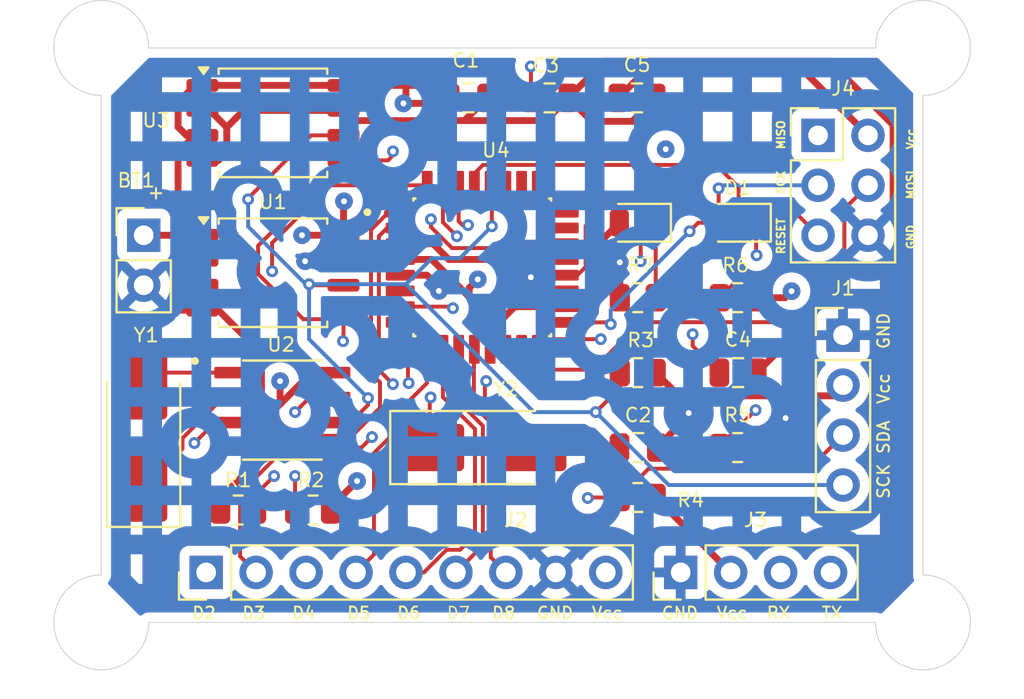
<source format=kicad_pcb>
(kicad_pcb (version 20241229) (generator "pcbnew") (generator_version "9.0")
  (title_block (title "${project_name}") (date "2025-11-17") (rev "1") (comment 1 "2-Layer PCB version"))
  (layers (0 "F.Cu" mixed) (4 "In1.Cu" mixed) (6 "In2.Cu" mixed) (2 "B.Cu" mixed) (13 "F.Paste" user) (15 "B.Paste" user) (5 "F.SilkS" user "F.Silkscreen") (7 "B.SilkS" user "B.Silkscreen") (1 "F.Mask" user) (3 "B.Mask" user) (25 "Edge.Cuts" user))
  (property "project_name" "MCU Data Logger with Memory and Clock")
  (net 0 "")
  (net 1 "GND")
  (net 2 "/Vcc")
  (net 3 "Net-(U4-PB6)")
  (net 4 "Net-(U4-PB7)")
  (net 5 "Net-(U4-AREF)")
  (net 6 "Net-(D1-K)")
  (net 7 "/SCK")
  (net 8 "Net-(D2-K)")
  (net 9 "/SDA")
  (net 10 "/D4")
  (net 11 "/D6")
  (net 12 "/D3")
  (net 13 "/D2")
  (net 14 "/D5")
  (net 15 "/D8")
  (net 16 "/D7")
  (net 17 "/RX")
  (net 18 "/TX")
  (net 19 "/MOSI")
  (net 20 "/MISO")
  (net 21 "/RESET")
  (net 22 "Net-(U2-~{INTA})")
  (net 23 "Net-(U2-SQW{slash}~INT)")
  (net 24 "Net-(U2-X1)")
  (net 25 "Net-(U2-X2)")
  (net 35 "/SCL")
  (footprint "Crystal:Crystal_SMD_5032-2Pin_5.0x3.2mm_HandSoldering" (layer "F.Cu") (at 109.855 71.18 90)
    (property "Reference" "Y1")
    (property "Value" "32.768 kHz")
  )
  (footprint "Capacitor_SMD:C_0805_2012Metric" (layer "F.Cu") (at 126.365 53.975)
    (property "Reference" "C1")
    (property "Value" "0.1uF")
  )
  (footprint "LED_SMD:LED_0805_2012Metric" (layer "F.Cu") (at 140.0575 60.325 180)
    (property "Reference" "D1")
    (property "Value" "LED")
  )
  (footprint "Foot Prints:SOIC127P600X175-8N" (layer "F.Cu") (at 116.905 69.85)
    (property "Reference" "U2")
    (property "Value" "DS1337S_")
  )
  (footprint "MountingHole:MountingHole_2.1mm" (layer "F.Cu") (at 149.479 51.435)
    (property "Reference" "H3" (hide yes))
    (property "Value" "MountingHole")
  )
  (footprint "Crystal:Crystal_SMD_5032-2Pin_5.0x3.2mm_HandSoldering" (layer "F.Cu") (at 127 71.755)
    (property "Reference" "Y2")
    (property "Value" "16 MHz")
  )
  (footprint "LED_SMD:LED_0805_2012Metric" (layer "F.Cu") (at 134.9775 60.325 180)
    (property "Reference" "D2" (hide yes))
    (property "Value" "LED")
  )
  (footprint "Connector_PinHeader_2.54mm:PinHeader_2x03_P2.54mm_Vertical" (layer "F.Cu") (at 144.145 55.88)
    (property "Reference" "J4")
    (property "Value" "Conn_02x03_Odd_Even")
  )
  (footprint "Capacitor_SMD:C_0805_2012Metric" (layer "F.Cu") (at 140.0775 67.945)
    (property "Reference" "C4")
    (property "Value" "0.1uF")
  )
  (footprint "Resistor_SMD:R_0805_2012Metric" (layer "F.Cu") (at 134.9775 74.295 180)
    (property "Reference" "R4")
    (property "Value" "4.7K")
  )
  (footprint "Resistor_SMD:R_0805_2012Metric" (layer "F.Cu") (at 134.9775 64.135 180)
    (property "Reference" "R7")
    (property "Value" "330")
  )
  (footprint "Resistor_SMD:R_0805_2012Metric" (layer "F.Cu") (at 140.0575 64.135 180)
    (property "Reference" "R6")
    (property "Value" "10K")
  )
  (footprint "Resistor_SMD:R_0805_2012Metric" (layer "F.Cu") (at 114.6575 74.93)
    (property "Reference" "R1")
    (property "Value" "10K")
  )
  (footprint "Capacitor_SMD:C_0805_2012Metric" (layer "F.Cu") (at 130.495 53.975 180)
    (property "Reference" "C3")
    (property "Value" "22pF")
  )
  (footprint "Capacitor_SMD:C_0805_2012Metric" (layer "F.Cu") (at 134.94 53.975)
    (property "Reference" "C5")
    (property "Value" "100nF")
  )
  (footprint "Capacitor_SMD:C_0805_2012Metric" (layer "F.Cu") (at 134.9975 71.755 180)
    (property "Reference" "C2")
    (property "Value" "22pF")
  )
  (footprint "MountingHole:MountingHole_2.1mm" (layer "F.Cu") (at 107.696 80.645)
    (property "Reference" "H2" (hide yes))
    (property "Value" "MountingHole")
  )
  (footprint "MountingHole:MountingHole_2.1mm" (layer "F.Cu") (at 149.479 80.645)
    (property "Reference" "H4" (hide yes))
    (property "Value" "MountingHole")
  )
  (footprint "Connector_PinHeader_2.54mm:PinHeader_1x04_P2.54mm_Vertical" (layer "F.Cu") (at 145.415 66.04)
    (property "Reference" "J1")
    (property "Value" "Conn_01x04_Pin")
  )
  (footprint "Connector_PinHeader_2.54mm:PinHeader_1x02_P2.54mm_Vertical" (layer "F.Cu") (at 109.855 60.96)
    (property "Reference" "BT1")
    (property "Value" "Battery")
  )
  (footprint "Foot Prints:QFP80P900X900X120-32N" (layer "F.Cu") (at 127.07 62.59)
    (property "Reference" "U4")
    (property "Value" "ATMEGA328P-AU")
  )
  (footprint "Package_SO:SOIC-8_5.3x5.3mm_P1.27mm" (layer "F.Cu") (at 116.4275 62.865)
    (property "Reference" "U1")
    (property "Value" "24LC1025")
  )
  (footprint "Connector_PinHeader_2.54mm:PinHeader_1x09_P2.54mm_Vertical" (layer "F.Cu") (at 113.03 78.105 90)
    (property "Reference" "J2")
    (property "Value" "Conn_01x09_Pin")
  )
  (footprint "Connector_PinHeader_2.54mm:PinHeader_1x04_P2.54mm_Vertical" (layer "F.Cu") (at 137.16 78.105 90)
    (property "Reference" "J3")
    (property "Value" "Conn_01x04_Pin")
  )
  (footprint "Package_SO:SOIC-8_5.3x5.3mm_P1.27mm" (layer "F.Cu") (at 116.4275 55.245)
    (property "Reference" "U3")
    (property "Value" "24LC1025")
  )
  (footprint "MountingHole:MountingHole_2.1mm" (layer "F.Cu") (at 107.696 51.435)
    (property "Reference" "H1" (hide yes))
    (property "Value" "MountingHole")
  )
  (footprint "Resistor_SMD:R_0805_2012Metric" (layer "F.Cu") (at 140.0575 71.755 180)
    (property "Reference" "R5")
    (property "Value" "330")
  )
  (footprint "Resistor_SMD:R_0805_2012Metric" (layer "F.Cu") (at 118.4675 74.93 180)
    (property "Reference" "R2")
    (property "Value" "10K")
  )
  (footprint "Resistor_SMD:R_0805_2012Metric" (layer "F.Cu") (at 134.9775 67.945 180)
    (property "Reference" "R3")
    (property "Value" "4.7K")
  )
  (gr_arc (start 107.696 53.848) (mid 105.989751 49.728751) (end 110.109 51.435) (stroke (width 0.05)) (layer "Edge.Cuts"))
  (gr_line (start 110.109 51.435) (end 147.066 51.435) (stroke (width 0.05)) (layer "Edge.Cuts"))
  (gr_arc (start 147.066 51.435) (mid 151.185249 49.728751) (end 149.479 53.848) (stroke (width 0.05)) (layer "Edge.Cuts"))
  (gr_line (start 147.066 80.645) (end 110.109 80.645) (stroke (width 0.05)) (layer "Edge.Cuts"))
  (gr_line (start 149.479 53.848) (end 149.479 78.232) (stroke (width 0.05)) (layer "Edge.Cuts"))
  (gr_line (start 107.696 78.232) (end 107.696 53.848) (stroke (width 0.05)) (layer "Edge.Cuts"))
  (gr_arc (start 149.479 78.232) (mid 151.185249 82.351249) (end 147.066 80.645) (stroke (width 0.05)) (layer "Edge.Cuts"))
  (gr_arc (start 110.109 80.645) (mid 105.989751 82.351249) (end 107.696 78.232) (stroke (width 0.05)) (layer "Edge.Cuts"))
  (gr_text "GND" (at 129.794 80.518 0) (layer "F.SilkS") (effects (font (size 0.6 0.6) (thickness 0.1) (bold yes)) (justify left bottom)))
  (gr_text "Vcc" (at 132.588 80.518 0) (layer "F.SilkS") (effects (font (size 0.6 0.6) (thickness 0.1) (bold yes)) (justify left bottom)))
  (gr_text "GND\n" (at 147.828 66.802 90) (layer "F.SilkS") (effects (font (size 0.6 0.6) (thickness 0.1) (bold yes)) (justify left bottom)))
  (gr_text "MISO\n" (at 142.494 56.642 90) (layer "F.SilkS") (effects (font (size 0.4 0.4) (thickness 0.1) (bold yes)) (justify left bottom)))
  (gr_text "D7" (at 125.222 80.518 0) (layer "F.SilkS") (effects (font (size 0.6 0.6)) (justify left bottom)))
  (gr_text "SDA\n" (at 147.828 72.136 90) (layer "F.SilkS") (effects (font (size 0.6 0.6) (thickness 0.1) (bold yes)) (justify left bottom)))
  (gr_text "D5" (at 120.142 80.518 0) (layer "F.SilkS") (effects (font (size 0.6 0.6) (thickness 0.1) (bold yes)) (justify left bottom)))
  (gr_text "MOSI\n" (at 149.098 59.182 90) (layer "F.SilkS") (effects (font (size 0.4 0.4) (thickness 0.1) (bold yes)) (justify left bottom)))
  (gr_text "SCK\n" (at 147.828 74.422 90) (layer "F.SilkS") (effects (font (size 0.6 0.6) (thickness 0.1) (bold yes)) (justify left bottom)))
  (gr_text "Vcc\n" (at 147.828 69.596 90) (layer "F.SilkS") (effects (font (size 0.6 0.6) (thickness 0.1) (bold yes)) (justify left bottom)))
  (gr_text "TX\n" (at 144.272 80.518 0) (layer "F.SilkS") (effects (font (size 0.6 0.6) (thickness 0.1) (bold yes)) (justify left bottom)))
  (gr_text "+" (at 109.982 59.182 0) (layer "F.SilkS") (effects (font (size 0.7 0.7) (thickness 0.1)) (justify left bottom)))
  (gr_text "D8\n" (at 127.508 80.518 0) (layer "F.SilkS") (effects (font (size 0.6 0.6) (thickness 0.1) (bold yes)) (justify left bottom)))
  (gr_text "D2" (at 112.268 80.518 0) (layer "F.SilkS") (effects (font (size 0.6 0.6) (thickness 0.1) (bold yes)) (justify left bottom)))
  (gr_text "D4" (at 117.348 80.518 0) (layer "F.SilkS") (effects (font (size 0.6 0.6) (thickness 0.1) (bold yes)) (justify left bottom)))
  (gr_text "D3" (at 114.808 80.518 0) (layer "F.SilkS") (effects (font (size 0.6 0.6) (thickness 0.1) (bold yes)) (justify left bottom)))
  (gr_text "RX" (at 141.478 80.518 0) (layer "F.SilkS") (effects (font (size 0.6 0.6) (thickness 0.1) (bold yes)) (justify left bottom)))
  (gr_text "RESET\n" (at 142.494 61.976 90) (layer "F.SilkS") (effects (font (size 0.4 0.4) (thickness 0.1) (bold yes)) (justify left bottom)))
  (gr_text "Vcc\n" (at 149.098 56.642 90) (layer "F.SilkS") (effects (font (size 0.4 0.4) (thickness 0.1) (bold yes)) (justify left bottom)))
  (gr_text "D6" (at 122.682 80.518 0) (layer "F.SilkS") (effects (font (size 0.6 0.6) (thickness 0.1) (bold yes)) (justify left bottom)))
  (gr_text "GND\n" (at 149.098 61.722 90) (layer "F.SilkS") (effects (font (size 0.4 0.4) (thickness 0.1) (bold yes)) (justify left bottom)))
  (gr_text "SCK\n" (at 142.494 58.928 90) (layer "F.SilkS") (effects (font (size 0.4 0.4) (thickness 0.1) (bold yes)) (justify left bottom)))
  (gr_text "GND" (at 136.144 80.518 0) (layer "F.SilkS") (effects (font (size 0.6 0.6) (thickness 0.1) (bold yes)) (justify left bottom)))
  (gr_text "Vcc" (at 138.938 80.518 0) (layer "F.SilkS") (effects (font (size 0.6 0.6) (thickness 0.1) (bold yes)) (justify left bottom)))
  (segment (start 114.937732 54.61) (end 114.0785 55.469232) (width 0.35) (layer "F.Cu") (net 1))
  (segment (start 131.445 53.975) (end 130.291 55.129) (width 0.35) (layer "F.Cu") (net 1))
  (segment (start 118.11 62.23) (end 118.0592 62.2808) (width 0.35) (layer "F.Cu") (net 1))
  (segment (start 124.2548 62.99) (end 122.9 62.99) (width 0.35) (layer "F.Cu") (net 1))
  (segment (start 113.219268 54.61) (end 114.0785 55.469232) (width 0.35) (layer "F.Cu") (net 1))
  (segment (start 141.0275 67.945) (end 142.9325 66.04) (width 0.35) (layer "F.Cu") (net 1))
  (segment (start 126.161 55.129) (end 120.534 55.129) (width 0.35) (layer "F.Cu") (net 1))
  (segment (start 120.534 55.129) (end 120.015 54.61) (width 0.35) (layer "F.Cu") (net 1))
  (segment (start 135.89 53.975) (end 134.6962 55.1688) (width 0.35) (layer "F.Cu") (net 1))
  (segment (start 125.0188 63.754) (end 124.2548 62.99) (width 0.35) (layer "F.Cu") (net 1))
  (segment (start 137.5664 70.1361) (end 135.9475 71.755) (width 0.35) (layer "F.Cu") (net 1))
  (segment (start 114.43 71.755) (end 115.001298 71.755) (width 0.35) (layer "F.Cu") (net 1))
  (segment (start 140.97 71.755) (end 140.97 71.4248) (width 0.35) (layer "F.Cu") (net 1))
  (segment (start 125.366181 62.19) (end 128.905 62.19) (width 0.35) (layer "F.Cu") (net 1))
  (segment (start 113.652499 57.15) (end 112.84 57.15) (width 0.35) (layer "F.Cu") (net 1))
  (segment (start 129.54 62.19) (end 128.905 62.19) (width 0.35) (layer "F.Cu") (net 1))
  (segment (start 120.015 62.23) (end 118.11 62.23) (width 0.35) (layer "F.Cu") (net 1))
  (segment (start 146.685 60.96) (end 147.961 59.684) (width 0.35) (layer "F.Cu") (net 1))
  (segment (start 142.1384 70.2564) (end 142.494 70.2564) (width 0.35) (layer "F.Cu") (net 1))
  (segment (start 124.86451 63.79) (end 124.9828 63.79) (width 0.35) (layer "F.Cu") (net 1))
  (segment (start 124.566181 61.39) (end 125.366181 62.19) (width 0.35) (layer "F.Cu") (net 1))
  (segment (start 140.97 71.4248) (end 142.1384 70.2564) (width 0.35) (layer "F.Cu") (net 1))
  (segment (start 128.905 62.4586) (end 129.54 63.0936) (width 0.35) (layer "F.Cu") (net 1))
  (segment (start 127.315 53.975) (end 126.161 55.129) (width 0.35) (layer "F.Cu") (net 1))
  (segment (start 131.24 62.19) (end 129.54 62.19) (width 0.35) (layer "F.Cu") (net 1))
  (segment (start 134.065 64.135) (end 134.065 62.3354) (width 0.35) (layer "F.Cu") (net 1))
  (segment (start 142.9325 66.04) (end 145.415 66.04) (width 0.35) (layer "F.Cu") (net 1))
  (segment (start 112.84 54.61) (end 113.219268 54.61) (width 0.35) (layer "F.Cu") (net 1))
  (segment (start 134.0612 62.3316) (end 134.065 62.3354) (width 0.35) (layer "F.Cu") (net 1))
  (segment (start 132.6388 55.1688) (end 131.445 53.975) (width 0.35) (layer "F.Cu") (net 1))
  (segment (start 137.5664 70.0024) (end 137.5664 70.1361) (width 0.35) (layer "F.Cu") (net 1))
  (segment (start 130.291 55.129) (end 126.161 55.129) (width 0.35) (layer "F.Cu") (net 1))
  (segment (start 115.841 66.958501) (end 113.652499 64.77) (width 0.35) (layer "F.Cu") (net 1))
  (segment (start 124.9828 63.79) (end 125.0188 63.754) (width 0.35) (layer "F.Cu") (net 1))
  (segment (start 114.0785 56.723999) (end 113.652499 57.15) (width 0.35) (layer "F.Cu") (net 1))
  (segment (start 144.720537 52.111) (end 133.309 52.111) (width 0.35) (layer "F.Cu") (net 1))
  (segment (start 120.015 54.61) (end 114.937732 54.61) (width 0.35) (layer "F.Cu") (net 1))
  (segment (start 114.0785 55.469232) (end 114.0785 56.723999) (width 0.35) (layer "F.Cu") (net 1))
  (segment (start 133.309 52.111) (end 131.445 53.975) (width 0.35) (layer "F.Cu") (net 1))
  (segment (start 147.961 55.351463) (end 144.720537 52.111) (width 0.35) (layer "F.Cu") (net 1))
  (segment (start 122.9 61.39) (end 124.566181 61.39) (width 0.35) (layer "F.Cu") (net 1))
  (segment (start 147.961 59.684) (end 147.961 55.351463) (width 0.35) (layer "F.Cu") (net 1))
  (segment (start 115.001298 71.755) (end 115.841 70.915298) (width 0.35) (layer "F.Cu") (net 1))
  (segment (start 128.905 62.19) (end 128.905 62.4586) (width 0.35) (layer "F.Cu") (net 1))
  (segment (start 112.84 64.77) (end 111.125 64.77) (width 0.35) (layer "F.Cu") (net 1))
  (segment (start 113.652499 64.77) (end 112.84 64.77) (width 0.35) (layer "F.Cu") (net 1))
  (segment (start 115.841 70.915298) (end 115.841 66.958501) (width 0.35) (layer "F.Cu") (net 1))
  (segment (start 134.6962 55.1688) (end 132.6388 55.1688) (width 0.35) (layer "F.Cu") (net 1))
  (segment (start 111.125 64.77) (end 109.855 63.5) (width 0.35) (layer "F.Cu") (net 1))
  (via (at 118.0592 62.2808) (size 0.9) (drill 0.3) (layers "F.Cu" "B.Cu") (net 1))
  (via (at 142.494 70.2564) (size 0.9) (drill 0.3) (layers "F.Cu" "B.Cu") (net 1))
  (via (at 134.065 62.3354) (size 0.9) (drill 0.3) (layers "F.Cu" "B.Cu") (net 1))
  (via (at 124.86451 63.79) (size 0.9) (drill 0.3) (layers "F.Cu" "B.Cu") (net 1))
  (via (at 137.5664 70.0024) (size 0.9) (drill 0.3) (layers "F.Cu" "B.Cu") (net 1))
  (via (at 129.54 63.0936) (size 0.9) (drill 0.3) (layers "F.Cu" "B.Cu") (net 1))
  (segment (start 128.524 64.1096) (end 129.54 63.0936) (width 0.35) (layer "B.Cu") (net 1))
  (segment (start 126.509376 64.1096) (end 128.524 64.1096) (width 0.35) (layer "B.Cu") (net 1))
  (segment (start 126.189776 63.79) (end 126.509376 64.1096) (width 0.35) (layer "B.Cu") (net 1))
  (segment (start 124.86451 63.79) (end 126.189776 63.79) (width 0.35) (layer "B.Cu") (net 1))
  (segment (start 112.84 53.34) (end 120.015 53.34) (width 0.35) (layer "F.Cu") (net 2))
  (segment (start 131.24 64.59) (end 132.014088 64.59) (width 0.35) (layer "F.Cu") (net 2))
  (segment (start 119.38 74.7776) (end 120.7008 73.4568) (width 0.35) (layer "F.Cu") (net 2))
  (segment (start 118.395 67.945) (end 119.38 67.945) (width 0.35) (layer "F.Cu") (net 2))
  (segment (start 133.99 53.975) (end 135.253 52.712) (width 0.35) (layer "F.Cu") (net 2))
  (segment (start 137.069 69.124) (end 135.89 67.945) (width 0.35) (layer "F.Cu") (net 2))
  (segment (start 126.405974 64.094026) (end 127.449948 65.138) (width 0.35) (layer "F.Cu") (net 2))
  (segment (start 116.442 69.898) (end 116.8252 69.5148) (width 0.35) (layer "F.Cu") (net 2))
  (segment (start 135.253 52.712) (end 143.517 52.712) (width 0.35) (layer "F.Cu") (net 2))
  (segment (start 128.723652 64.59) (end 131.24 64.59) (width 0.35) (layer "F.Cu") (net 2))
  (segment (start 126.840714 63.202086) (end 126.405974 63.636826) (width 0.35) (layer "F.Cu") (net 2))
  (segment (start 133.1265 63.477588) (end 133.1265 61.2385) (width 0.35) (layer "F.Cu") (net 2))
  (segment (start 112.84 62.23) (end 112.84 60.96) (width 0.35) (layer "F.Cu") (net 2))
  (segment (start 124.501948 62.19) (end 126.405974 64.094026) (width 0.35) (layer "F.Cu") (net 2))
  (segment (start 145.415 68.58) (end 144.871 69.124) (width 0.35) (layer "F.Cu") (net 2))
  (segment (start 111.6015 59.7215) (end 111.6015 56.739232) (width 0.35) (layer "F.Cu") (net 2))
  (segment (start 112.027501 55.88) (end 112.84 55.88) (width 0.35) (layer "F.Cu") (net 2))
  (segment (start 128.175652 65.138) (end 128.723652 64.59) (width 0.35) (layer "F.Cu") (net 2))
  (segment (start 112.460732 53.34) (end 111.6015 54.199232) (width 0.35) (layer "F.Cu") (net 2))
  (segment (start 135.89 74.295) (end 139.7 78.105) (width 0.35) (layer "F.Cu") (net 2))
  (segment (start 140.97 64.135) (end 142.4686 64.135) (width 0.35) (layer "F.Cu") (net 2))
  (segment (start 119.23832 60.96) (end 120.015 60.96) (width 0.35) (layer "F.Cu") (net 2))
  (segment (start 117.905136 60.958336) (end 119.236656 60.958336) (width 0.35) (layer "F.Cu") (net 2))
  (segment (start 123.19 53.34) (end 120.015 53.34) (width 0.35) (layer "F.Cu") (net 2))
  (segment (start 125.415 53.975) (end 124.78 53.34) (width 0.35) (layer "F.Cu") (net 2))
  (segment (start 119.236656 60.958336) (end 119.23832 60.96) (width 0.35) (layer "F.Cu") (net 2))
  (segment (start 126.405974 63.636826) (end 126.405974 64.094026) (width 0.35) (layer "F.Cu") (net 2))
  (segment (start 112.84 53.34) (end 112.460732 53.34) (width 0.35) (layer "F.Cu") (net 2))
  (segment (start 127.449948 65.138) (end 128.175652 65.138) (width 0.35) (layer "F.Cu") (net 2))
  (segment (start 122.9 62.19) (end 124.501948 62.19) (width 0.35) (layer "F.Cu") (net 2))
  (segment (start 119.38 74.93) (end 119.38 74.7776) (width 0.35) (layer "F.Cu") (net 2))
  (segment (start 133.1265 61.2385) (end 134.04 60.325) (width 0.35) (layer "F.Cu") (net 2))
  (segment (start 120.015 59.2582) (end 120.0404 59.2328) (width 0.35) (layer "F.Cu") (net 2))
  (segment (start 111.6015 56.739232) (end 112.460732 55.88) (width 0.35) (layer "F.Cu") (net 2))
  (segment (start 142.4686 64.135) (end 142.7988 63.8048) (width 0.35) (layer "F.Cu") (net 2))
  (segment (start 116.442 71.646754) (end 116.442 69.898) (width 0.35) (layer "F.Cu") (net 2))
  (segment (start 116.8252 69.5148) (end 118.395 67.945) (width 0.35) (layer "F.Cu") (net 2))
  (segment (start 132.014088 64.59) (end 133.1265 63.477588) (width 0.35) (layer "F.Cu") (net 2))
  (segment (start 125.136 54.254) (end 125.415 53.975) (width 0.35) (layer "F.Cu") (net 2))
  (segment (start 144.871 69.124) (end 137.069 69.124) (width 0.35) (layer "F.Cu") (net 2))
  (segment (start 112.84 60.96) (end 111.6015 59.7215) (width 0.35) (layer "F.Cu") (net 2))
  (segment (start 112.84 62.23) (end 112.84 63.5) (width 0.35) (layer "F.Cu") (net 2))
  (segment (start 120.015 60.96) (end 120.015 59.2582) (width 0.35) (layer "F.Cu") (net 2))
  (segment (start 113.745 74.343754) (end 116.442 71.646754) (width 0.35) (layer "F.Cu") (net 2))
  (segment (start 111.6015 55.453999) (end 112.027501 55.88) (width 0.35) (layer "F.Cu") (net 2))
  (segment (start 116.7892 69.4788) (end 116.7892 68.3768) (width 0.35) (layer "F.Cu") (net 2))
  (segment (start 112.84 60.96) (end 109.855 60.96) (width 0.35) (layer "F.Cu") (net 2))
  (segment (start 113.745 74.93) (end 113.745 74.343754) (width 0.35) (layer "F.Cu") (net 2))
  (segment (start 124.78 53.34) (end 123.19 53.34) (width 0.35) (layer "F.Cu") (net 2))
  (segment (start 123.063 54.127) (end 123.19 54) (width 0.35) (layer "F.Cu") (net 2))
  (segment (start 143.517 52.712) (end 146.685 55.88) (width 0.35) (layer "F.Cu") (net 2))
  (segment (start 112.460732 55.88) (end 112.84 55.88) (width 0.35) (layer "F.Cu") (net 2))
  (segment (start 123.063 54.254) (end 125.136 54.254) (width 0.35) (layer "F.Cu") (net 2))
  (segment (start 123.19 54) (end 123.19 53.34) (width 0.35) (layer "F.Cu") (net 2))
  (segment (start 123.063 54.254) (end 123.063 54.127) (width 0.35) (layer "F.Cu") (net 2))
  (segment (start 111.6015 54.199232) (end 111.6015 55.453999) (width 0.35) (layer "F.Cu") (net 2))
  (segment (start 116.8252 69.5148) (end 116.7892 69.4788) (width 0.35) (layer "F.Cu") (net 2))
  (via (at 123.063 54.254) (size 0.9) (drill 0.3) (layers "F.Cu" "B.Cu") (net 2))
  (via (at 136.398 56.584) (size 0.9) (drill 0.3) (layers "F.Cu" "B.Cu") (net 2))
  (via (at 117.905136 60.958336) (size 0.9) (drill 0.3) (layers "F.Cu" "B.Cu") (net 2))
  (via (at 116.7892 68.3768) (size 0.9) (drill 0.3) (layers "F.Cu" "B.Cu") (net 2))
  (via (at 120.7008 73.4568) (size 0.9) (drill 0.3) (layers "F.Cu" "B.Cu") (net 2))
  (via (at 126.840714 63.202086) (size 0.9) (drill 0.3) (layers "F.Cu" "B.Cu") (net 2))
  (via (at 142.7988 63.8048) (size 0.9) (drill 0.3) (layers "F.Cu" "B.Cu") (net 2))
  (via (at 120.0404 59.2328) (size 0.9) (drill 0.3) (layers "F.Cu" "B.Cu") (net 2))
  (segment (start 129.6 71.755) (end 127.2032 69.3582) (width 0.2) (layer "F.Cu") (net 3))
  (segment (start 127.2032 68.3768) (end 127.27 68.3768) (width 0.2) (layer "F.Cu") (net 3))
  (segment (start 127.2032 69.3582) (end 127.2032 68.3768) (width 0.2) (layer "F.Cu") (net 3))
  (segment (start 125.5776 64.6684) (end 125.4992 64.59) (width 0.2) (layer "F.Cu") (net 3))
  (segment (start 129.6 71.755) (end 134.0475 71.755) (width 0.2) (layer "F.Cu") (net 3))
  (segment (start 125.4992 64.59) (end 122.9 64.59) (width 0.2) (layer "F.Cu") (net 3))
  (via (at 127.27 68.3768) (size 0.6) (drill 0.3) (layers "F.Cu" "B.Cu") (net 3))
  (via (at 125.5776 64.6684) (size 0.6) (drill 0.3) (layers "F.Cu" "B.Cu") (net 3))
  (segment (start 124.4 69.24805) (end 124.4 71.755) (width 0.2) (layer "F.Cu") (net 4))
  (segment (start 129.545 52.3798) (end 129.54 52.3748) (width 0.2) (layer "F.Cu") (net 4))
  (segment (start 123.2916 68.4784) (end 123.325416 68.4784) (width 0.2) (layer "F.Cu") (net 4))
  (segment (start 122.9 65.39) (end 123.2916 65.7816) (width 0.2) (layer "F.Cu") (net 4))
  (segment (start 123.325416 68.4784) (end 123.327831 68.475985) (width 0.2) (layer "F.Cu") (net 4))
  (segment (start 129.545 53.975) (end 129.545 52.3798) (width 0.2) (layer "F.Cu") (net 4))
  (segment (start 123.2916 65.7816) (end 123.2916 68.4784) (width 0.2) (layer "F.Cu") (net 4))
  (segment (start 124.444856 69.203194) (end 124.4 69.24805) (width 0.2) (layer "F.Cu") (net 4))
  (via (at 124.444856 69.203194) (size 0.6) (drill 0.3) (layers "F.Cu" "B.Cu") (net 4))
  (via (at 123.327831 68.475985) (size 0.6) (drill 0.3) (layers "F.Cu" "B.Cu") (net 4))
  (via (at 129.54 52.3748) (size 0.6) (drill 0.3) (layers "F.Cu" "B.Cu") (net 4))
  (segment (start 135.128 59.865142) (end 135.128 62.2808) (width 0.2) (layer "F.Cu") (net 5))
  (segment (start 133.543142 59.274) (end 134.536858 59.274) (width 0.2) (layer "F.Cu") (net 5))
  (segment (start 134.536858 59.274) (end 135.128 59.865142) (width 0.2) (layer "F.Cu") (net 5))
  (segment (start 132.326 60.491142) (end 133.543142 59.274) (width 0.2) (layer "F.Cu") (net 5))
  (segment (start 131.908022 62.99) (end 132.326 62.572022) (width 0.2) (layer "F.Cu") (net 5))
  (segment (start 132.326 62.572022) (end 132.326 60.491142) (width 0.2) (layer "F.Cu") (net 5))
  (segment (start 137.7696 65.9892) (end 137.7696 66.5871) (width 0.2) (layer "F.Cu") (net 5))
  (segment (start 137.7696 66.5871) (end 139.1275 67.945) (width 0.2) (layer "F.Cu") (net 5))
  (segment (start 131.24 62.99) (end 131.908022 62.99) (width 0.2) (layer "F.Cu") (net 5))
  (via (at 137.7696 65.9892) (size 0.6) (drill 0.3) (layers "F.Cu" "B.Cu") (net 5))
  (via (at 135.128 62.2808) (size 0.6) (drill 0.3) (layers "F.Cu" "B.Cu") (net 5))
  (segment (start 140.995 61.9502) (end 141.0208 61.976) (width 0.2) (layer "F.Cu") (net 6))
  (segment (start 140.995 60.325) (end 140.995 61.9502) (width 0.2) (layer "F.Cu") (net 6))
  (segment (start 140.97 69.849) (end 139.145 71.674) (width 0.2) (layer "F.Cu") (net 6))
  (segment (start 139.145 71.674) (end 139.145 71.755) (width 0.2) (layer "F.Cu") (net 6))
  (via (at 141.0208 61.976) (size 0.6) (drill 0.3) (layers "F.Cu" "B.Cu") (net 6))
  (via (at 140.97 69.849) (size 0.6) (drill 0.3) (layers "F.Cu" "B.Cu") (net 6))
  (segment (start 133.5128 65.39) (end 131.24 65.39) (width 0.2) (layer "F.Cu") (net 7))
  (segment (start 133.604 65.4812) (end 133.5128 65.39) (width 0.2) (layer "F.Cu") (net 7))
  (segment (start 139.12 60.325) (end 138.049 60.325) (width 0.2) (layer "F.Cu") (net 7))
  (segment (start 139.0904 58.5724) (end 139.0904 60.2954) (width 0.2) (layer "F.Cu") (net 7))
  (segment (start 139.1412 60.3038) (end 139.12 60.325) (width 0.2) (layer "F.Cu") (net 7))
  (segment (start 139.0904 60.2954) (end 139.12 60.325) (width 0.2) (layer "F.Cu") (net 7))
  (segment (start 138.049 60.325) (end 137.6172 60.7568) (width 0.2) (layer "F.Cu") (net 7))
  (via (at 133.604 65.4812) (size 0.6) (drill 0.3) (layers "F.Cu" "B.Cu") (net 7))
  (via (at 139.0904 58.5724) (size 0.6) (drill 0.3) (layers "F.Cu" "B.Cu") (net 7))
  (via (at 137.6172 60.7568) (size 0.6) (drill 0.3) (layers "F.Cu" "B.Cu") (net 7))
  (segment (start 139.2428 58.42) (end 139.0904 58.5724) (width 0.2) (layer "B.Cu") (net 7))
  (segment (start 133.604 64.77) (end 133.604 65.4812) (width 0.2) (layer "B.Cu") (net 7))
  (segment (start 144.145 58.42) (end 139.2428 58.42) (width 0.2) (layer "B.Cu") (net 7))
  (segment (start 137.6172 60.7568) (end 133.604 64.77) (width 0.2) (layer "B.Cu") (net 7))
  (segment (start 135.89 64.135) (end 135.89 60.35) (width 0.2) (layer "F.Cu") (net 8))
  (segment (start 135.89 60.35) (end 135.915 60.325) (width 0.2) (layer "F.Cu") (net 8))
  (segment (start 132.461 74.295) (end 132.4356 74.3204) (width 0.2) (layer "F.Cu") (net 9))
  (segment (start 117.971258 65.2272) (end 115.6716 62.927542) (width 0.2) (layer "F.Cu") (net 9))
  (segment (start 128.27 59.777943) (end 128.27 58.42) (width 0.2) (layer "F.Cu") (net 9))
  (segment (start 134.065 74.295) (end 132.461 74.295) (width 0.2) (layer "F.Cu") (net 9))
  (segment (start 115.6716 62.927542) (end 115.6716 61.4934) (width 0.2) (layer "F.Cu") (net 9))
  (segment (start 120.015 64.77) (end 119.5578 65.2272) (width 0.2) (layer "F.Cu") (net 9))
  (segment (start 125.531857 61.6118) (end 127.923 61.6118) (width 0.2) (layer "F.Cu") (net 9))
  (segment (start 122.5296 56.896) (end 122.2756 57.15) (width 0.2) (layer "F.Cu") (net 9))
  (segment (start 128.617 60.124943) (end 128.27 59.777943) (width 0.2) (layer "F.Cu") (net 9))
  (segment (start 143.704 72.831) (end 135.529 72.831) (width 0.2) (layer "F.Cu") (net 9))
  (segment (start 124.46 60.539943) (end 125.531857 61.6118) (width 0.2) (layer "F.Cu") (net 9))
  (segment (start 119.5578 65.2272) (end 117.971258 65.2272) (width 0.2) (layer "F.Cu") (net 9))
  (segment (start 135.529 72.831) (end 134.065 74.295) (width 0.2) (layer "F.Cu") (net 9))
  (segment (start 120.9294 71.755) (end 119.38 71.755) (width 0.2) (layer "F.Cu") (net 9))
  (segment (start 127.923 61.6118) (end 128.617 60.9178) (width 0.2) (layer "F.Cu") (net 9))
  (segment (start 120.015 64.77) (end 120.015 66.3194) (width 0.2) (layer "F.Cu") (net 9))
  (segment (start 128.617 60.9178) (end 128.617 60.124943) (width 0.2) (layer "F.Cu") (net 9))
  (segment (start 120.015 66.3194) (end 119.9896 66.3448) (width 0.2) (layer "F.Cu") (net 9))
  (segment (start 115.6716 61.4934) (end 120.015 57.15) (width 0.2) (layer "F.Cu") (net 9))
  (segment (start 122.2756 57.15) (end 120.015 57.15) (width 0.2) (layer "F.Cu") (net 9))
  (segment (start 145.415 71.12) (end 143.704 72.831) (width 0.2) (layer "F.Cu") (net 9))
  (segment (start 122.5296 56.6928) (end 122.5296 56.896) (width 0.2) (layer "F.Cu") (net 9))
  (segment (start 121.4628 71.2216) (end 120.9294 71.755) (width 0.2) (layer "F.Cu") (net 9))
  (segment (start 124.46 60.1472) (end 124.46 60.539943) (width 0.2) (layer "F.Cu") (net 9))
  (via (at 121.4628 71.2216) (size 0.6) (drill 0.3) (layers "F.Cu" "B.Cu") (net 9))
  (via (at 124.46 60.1472) (size 0.6) (drill 0.3) (layers "F.Cu" "B.Cu") (net 9))
  (via (at 132.4356 74.3204) (size 0.6) (drill 0.3) (layers "F.Cu" "B.Cu") (net 9))
  (via (at 122.5296 56.6928) (size 0.6) (drill 0.3) (layers "F.Cu" "B.Cu") (net 9))
  (via (at 119.9896 66.3448) (size 0.6) (drill 0.3) (layers "F.Cu" "B.Cu") (net 9))
  (segment (start 121.814 61.007978) (end 121.814 67.8136) (width 0.2) (layer "F.Cu") (net 10))
  (segment (start 122.9 60.59) (end 122.231978 60.59) (width 0.2) (layer "F.Cu") (net 10))
  (segment (start 121.814 67.8136) (end 122.5296 68.5292) (width 0.2) (layer "F.Cu") (net 10))
  (segment (start 122.231978 60.59) (end 121.814 61.007978) (width 0.2) (layer "F.Cu") (net 10))
  (via (at 122.5296 68.5292) (size 0.6) (drill 0.3) (layers "F.Cu" "B.Cu") (net 10))
  (segment (start 125.9412 76.954) (end 125.25324 76.954) (width 0.2) (layer "F.Cu") (net 11))
  (segment (start 125.25324 76.954) (end 124.10224 78.105) (width 0.2) (layer "F.Cu") (net 11))
  (segment (start 126.7006 76.1946) (end 125.9412 76.954) (width 0.2) (layer "F.Cu") (net 11))
  (segment (start 125.07 66.76) (end 125.07 69.18884) (width 0.2) (layer "F.Cu") (net 11))
  (segment (start 126.7006 70.81944) (end 126.7006 76.1946) (width 0.2) (layer "F.Cu") (net 11))
  (segment (start 125.07 69.18884) (end 126.7006 70.81944) (width 0.2) (layer "F.Cu") (net 11))
  (segment (start 124.10224 78.105) (end 123.19 78.105) (width 0.2) (layer "F.Cu") (net 11))
  (segment (start 122.9 59.79) (end 122.165 59.79) (width 0.2) (layer "F.Cu") (net 12))
  (segment (start 121.413 67.9797) (end 121.8692 68.4359) (width 0.2) (layer "F.Cu") (net 12))
  (segment (start 122.9 59.79) (end 122.302688 59.79) (width 0.2) (layer "F.Cu") (net 12))
  (segment (start 122.302688 59.79) (end 121.413 60.679688) (width 0.2) (layer "F.Cu") (net 12))
  (segment (start 114.7565 74.07613) (end 114.7565 77.2915) (width 0.2) (layer "F.Cu") (net 12))
  (segment (start 114.7565 77.2915) (end 115.57 78.105) (width 0.2) (layer "F.Cu") (net 12))
  (segment (start 121.8692 68.4359) (end 121.8692 69.73832) (width 0.2) (layer "F.Cu") (net 12))
  (segment (start 120.44852 71.159) (end 117.67363 71.159) (width 0.2) (layer "F.Cu") (net 12))
  (segment (start 121.8692 69.73832) (end 120.44852 71.159) (width 0.2) (layer "F.Cu") (net 12))
  (segment (start 121.413 60.679688) (end 121.413 67.9797) (width 0.2) (layer "F.Cu") (net 12))
  (segment (start 117.67363 71.159) (end 114.7565 74.07613) (width 0.2) (layer "F.Cu") (net 12))
  (segment (start 116.3828 61.3493) (end 116.3828 62.7888) (width 0.2) (layer "F.Cu") (net 13))
  (segment (start 119.3121 58.42) (end 116.3828 61.3493) (width 0.2) (layer "F.Cu") (net 13))
  (segment (start 124.27 58.42) (end 119.3121 58.42) (width 0.2) (layer "F.Cu") (net 13))
  (via (at 116.3828 62.7888) (size 0.6) (drill 0.3) (layers "F.Cu" "B.Cu") (net 13))
  (segment (start 121.5644 72.0344) (end 121.5644 77.1906) (width 0.2) (layer "F.Cu") (net 14))
  (segment (start 122.349 71.2498) (end 121.5644 72.0344) (width 0.2) (layer "F.Cu") (net 14))
  (segment (start 124.2568 66.7732) (end 124.2568 68.4784) (width 0.2) (layer "F.Cu") (net 14))
  (segment (start 121.5644 77.1906) (end 120.65 78.105) (width 0.2) (layer "F.Cu") (net 14))
  (segment (start 124.27 66.76) (end 124.2568 66.7732) (width 0.2) (layer "F.Cu") (net 14))
  (segment (start 124.2568 68.4784) (end 122.349 70.3862) (width 0.2) (layer "F.Cu") (net 14))
  (segment (start 122.349 70.3862) (end 122.349 71.2498) (width 0.2) (layer "F.Cu") (net 14))
  (segment (start 126.6444 66.7856) (end 126.6444 69.62904) (width 0.2) (layer "F.Cu") (net 15))
  (segment (start 126.6444 69.62904) (end 127.5026 70.48724) (width 0.2) (layer "F.Cu") (net 15))
  (segment (start 127.5026 77.3376) (end 128.27 78.105) (width 0.2) (layer "F.Cu") (net 15))
  (segment (start 126.67 66.76) (end 126.6444 66.7856) (width 0.2) (layer "F.Cu") (net 15))
  (segment (start 127.5026 70.48724) (end 127.5026 77.3376) (width 0.2) (layer "F.Cu") (net 15))
  (segment (start 125.87 66.76) (end 125.8824 66.7724) (width 0.2) (layer "F.Cu") (net 16))
  (segment (start 125.8824 69.43414) (end 127.1016 70.65334) (width 0.2) (layer "F.Cu") (net 16))
  (segment (start 127.1016 76.7334) (end 125.73 78.105) (width 0.2) (layer "F.Cu") (net 16))
  (segment (start 125.8824 66.7724) (end 125.8824 69.43414) (width 0.2) (layer "F.Cu") (net 16))
  (segment (start 127.1016 70.65334) (end 127.1016 76.7334) (width 0.2) (layer "F.Cu") (net 16))
  (segment (start 126.34578 60.444406) (end 126.064349 60.444406) (width 0.2) (layer "F.Cu") (net 17))
  (segment (start 126.064349 60.444406) (end 125.87 60.250057) (width 0.2) (layer "F.Cu") (net 17))
  (segment (start 125.87 60.250057) (end 125.87 58.42) (width 0.2) (layer "F.Cu") (net 17))
  (via (at 126.34578 60.444406) (size 0.6) (drill 0.3) (layers "F.Cu" "B.Cu") (net 17))
  (segment (start 125.07 60.3) (end 125.07 58.42) (width 0.2) (layer "F.Cu") (net 18))
  (segment (start 125.780095 61.010091) (end 125.780091 61.010091) (width 0.2) (layer "F.Cu") (net 18))
  (segment (start 125.780091 61.010091) (end 125.07 60.3) (width 0.2) (layer "F.Cu") (net 18))
  (via (at 125.780095 61.010091) (size 0.6) (drill 0.3) (layers "F.Cu" "B.Cu") (net 18))
  (segment (start 135.13174 65.3796) (end 143.002 65.3796) (width 0.2) (layer "F.Cu") (net 19))
  (segment (start 143.002 65.3796) (end 145.484 62.8976) (width 0.2) (layer "F.Cu") (net 19))
  (segment (start 145.484 59.621) (end 146.685 58.42) (width 0.2) (layer "F.Cu") (net 19))
  (segment (start 129.07 67.357312) (end 129.508688 67.796) (width 0.2) (layer "F.Cu") (net 19))
  (segment (start 145.484 62.8976) (end 145.484 59.621) (width 0.2) (layer "F.Cu") (net 19))
  (segment (start 132.71534 67.796) (end 135.13174 65.3796) (width 0.2) (layer "F.Cu") (net 19))
  (segment (start 129.508688 67.796) (end 132.71534 67.796) (width 0.2) (layer "F.Cu") (net 19))
  (segment (start 129.07 66.76) (end 129.07 67.357312) (width 0.2) (layer "F.Cu") (net 19))
  (segment (start 130.3868 66.2432) (end 133.096 66.2432) (width 0.2) (layer "F.Cu") (net 20))
  (segment (start 129.87 66.76) (end 130.3868 66.2432) (width 0.2) (layer "F.Cu") (net 20))
  (via (at 133.096 66.2432) (size 0.6) (drill 0.3) (layers "F.Cu" "B.Cu") (net 20))
  (segment (start 140.1065 59.834354) (end 140.1065 63.1735) (width 0.2) (layer "F.Cu") (net 21))
  (segment (start 126.67 58.42) (end 126.67 57.822688) (width 0.2) (layer "F.Cu") (net 21))
  (segment (start 140.1065 58.5217) (end 140.1065 59.834354) (width 0.2) (layer "F.Cu") (net 21))
  (segment (start 144.145 60.96) (end 142.509 59.324) (width 0.2) (layer "F.Cu") (net 21))
  (segment (start 126.67 57.822688) (end 127.108688 57.384) (width 0.2) (layer "F.Cu") (net 21))
  (segment (start 142.509 59.324) (end 140.518854 59.324) (width 0.2) (layer "F.Cu") (net 21))
  (segment (start 138.9688 57.384) (end 140.1065 58.5217) (width 0.2) (layer "F.Cu") (net 21))
  (segment (start 127.108688 57.384) (end 138.9688 57.384) (width 0.2) (layer "F.Cu") (net 21))
  (segment (start 140.518854 59.324) (end 140.1065 59.736354) (width 0.2) (layer "F.Cu") (net 21))
  (segment (start 140.1065 59.736354) (end 140.1065 59.834354) (width 0.2) (layer "F.Cu") (net 21))
  (segment (start 140.1065 63.1735) (end 139.145 64.135) (width 0.2) (layer "F.Cu") (net 21))
  (segment (start 115.57 74.1172) (end 115.57 74.93) (width 0.2) (layer "F.Cu") (net 22))
  (segment (start 113.4714 70.485) (end 114.43 70.485) (width 0.2) (layer "F.Cu") (net 22))
  (segment (start 116.4844 73.2028) (end 115.57 74.1172) (width 0.2) (layer "F.Cu") (net 22))
  (segment (start 112.43 71.5264) (end 113.4714 70.485) (width 0.2) (layer "F.Cu") (net 22))
  (via (at 112.43 71.5264) (size 0.6) (drill 0.3) (layers "F.Cu" "B.Cu") (net 22))
  (via (at 116.4844 73.2028) (size 0.6) (drill 0.3) (layers "F.Cu" "B.Cu") (net 22))
  (segment (start 117.5512 74.9262) (end 117.555 74.93) (width 0.2) (layer "F.Cu") (net 23))
  (segment (start 118.2878 69.215) (end 117.5512 69.9516) (width 0.2) (layer "F.Cu") (net 23))
  (segment (start 119.38 69.215) (end 118.2878 69.215) (width 0.2) (layer "F.Cu") (net 23))
  (segment (start 117.5512 73.2028) (end 117.5512 74.9262) (width 0.2) (layer "F.Cu") (net 23))
  (via (at 117.5512 69.9516) (size 0.6) (drill 0.3) (layers "F.Cu" "B.Cu") (net 23))
  (via (at 117.5512 73.2028) (size 0.6) (drill 0.3) (layers "F.Cu" "B.Cu") (net 23))
  (segment (start 110.49 67.945) (end 109.855 68.58) (width 0.2) (layer "F.Cu") (net 24))
  (segment (start 114.43 67.945) (end 110.49 67.945) (width 0.2) (layer "F.Cu") (net 24))
  (segment (start 113.891457 69.215) (end 111.829 71.277457) (width 0.2) (layer "F.Cu") (net 25))
  (segment (start 114.43 69.215) (end 113.891457 69.215) (width 0.2) (layer "F.Cu") (net 25))
  (segment (start 111.829 71.277457) (end 111.829 71.806) (width 0.2) (layer "F.Cu") (net 25))
  (segment (start 111.829 71.806) (end 109.855 73.78) (width 0.2) (layer "F.Cu") (net 25))
  (segment (start 121.2596 69.5904) (end 121.2596 69.2404) (width 0.2) (layer "F.Cu") (net 35))
  (segment (start 120.365 70.485) (end 121.2596 69.5904) (width 0.2) (layer "F.Cu") (net 35))
  (segment (start 118.3132 63.5) (end 118.2624 63.4492) (width 0.2) (layer "F.Cu") (net 35))
  (segment (start 134.065 68.7286) (end 134.065 67.945) (width 0.2) (layer "F.Cu") (net 35))
  (segment (start 118.364 55.88) (end 115.1636 59.0804) (width 0.2) (layer "F.Cu") (net 35))
  (segment (start 132.842 69.9516) (end 134.065 68.7286) (width 0.2) (layer "F.Cu") (net 35))
  (segment (start 115.1636 59.0804) (end 115.1636 59.1312) (width 0.2) (layer "F.Cu") (net 35))
  (segment (start 127.5588 58.5088) (end 127.5588 60.5028) (width 0.2) (layer "F.Cu") (net 35))
  (segment (start 127.47 58.42) (end 127.5588 58.5088) (width 0.2) (layer "F.Cu") (net 35))
  (segment (start 120.015 63.5) (end 118.3132 63.5) (width 0.2) (layer "F.Cu") (net 35))
  (segment (start 119.38 70.485) (end 120.365 70.485) (width 0.2) (layer "F.Cu") (net 35))
  (segment (start 119.38 70.485) (end 119.2022 70.6628) (width 0.2) (layer "F.Cu") (net 35))
  (segment (start 120.015 55.88) (end 118.364 55.88) (width 0.2) (layer "F.Cu") (net 35))
  (via (at 127.5588 60.5028) (size 0.6) (drill 0.3) (layers "F.Cu" "B.Cu") (net 35))
  (via (at 121.2596 69.2404) (size 0.6) (drill 0.3) (layers "F.Cu" "B.Cu") (net 35))
  (via (at 115.1636 59.1312) (size 0.6) (drill 0.3) (layers "F.Cu" "B.Cu") (net 35))
  (via (at 132.842 69.9516) (size 0.6) (drill 0.3) (layers "F.Cu" "B.Cu") (net 35))
  (via (at 118.2624 63.4492) (size 0.6) (drill 0.3) (layers "F.Cu" "B.Cu") (net 35))
  (segment (start 115.1636 59.1312) (end 115.1636 60.517986) (width 0.2) (layer "B.Cu") (net 35))
  (segment (start 123.19 63.4492) (end 123.192343 63.4492) (width 0.2) (layer "B.Cu") (net 35))
  (segment (start 124.5108 62.1284) (end 123.19 63.4492) (width 0.2) (layer "B.Cu") (net 35))
  (segment (start 121.2596 69.2404) (end 118.2624 66.2432) (width 0.2) (layer "B.Cu") (net 35))
  (segment (start 145.415 73.66) (end 136.5504 73.66) (width 0.2) (layer "B.Cu") (net 35))
  (segment (start 123.192343 63.4492) (end 129.694743 69.9516) (width 0.2) (layer "B.Cu") (net 35))
  (segment (start 127.5588 60.5028) (end 125.9332 62.1284) (width 0.2) (layer "B.Cu") (net 35))
  (segment (start 115.1636 60.517986) (end 118.094814 63.4492) (width 0.2) (layer "B.Cu") (net 35))
  (segment (start 136.5504 73.66) (end 132.842 69.9516) (width 0.2) (layer "B.Cu") (net 35))
  (segment (start 118.2624 66.2432) (end 118.2624 63.4492) (width 0.2) (layer "B.Cu") (net 35))
  (segment (start 129.694743 69.9516) (end 132.842 69.9516) (width 0.2) (layer "B.Cu") (net 35))
  (segment (start 125.9332 62.1284) (end 124.5108 62.1284) (width 0.2) (layer "B.Cu") (net 35))
  (segment (start 118.094814 63.4492) (end 118.2624 63.4492) (width 0.2) (layer "B.Cu") (net 35))
  (segment (start 118.2624 63.4492) (end 123.19 63.4492) (width 0.2) (layer "B.Cu") (net 35))
  (zone (net 1) (net_name "GND") (layer "B.Cu") (connect_pads (clearance 0.5)) (min_thickness 0.25) (fill yes (mode hatch) (thermal_gap 0.5) (thermal_bridge_width 0.5) (hatch_thickness 1) (hatch_gap 1.5) (hatch_orientation 0) (hatch_border_algorithm hatch_thickness) (hatch_min_hole_area 0.3))
    (polygon (pts (xy 110.363 51.689) (xy 146.939 51.689) (xy 149.352 54.102) (xy 149.352 78.232) (xy 147.066 80.518) (xy 109.855 80.518) (xy 107.823 78.486) (xy 107.823 54.229)))
  )
)
</source>
